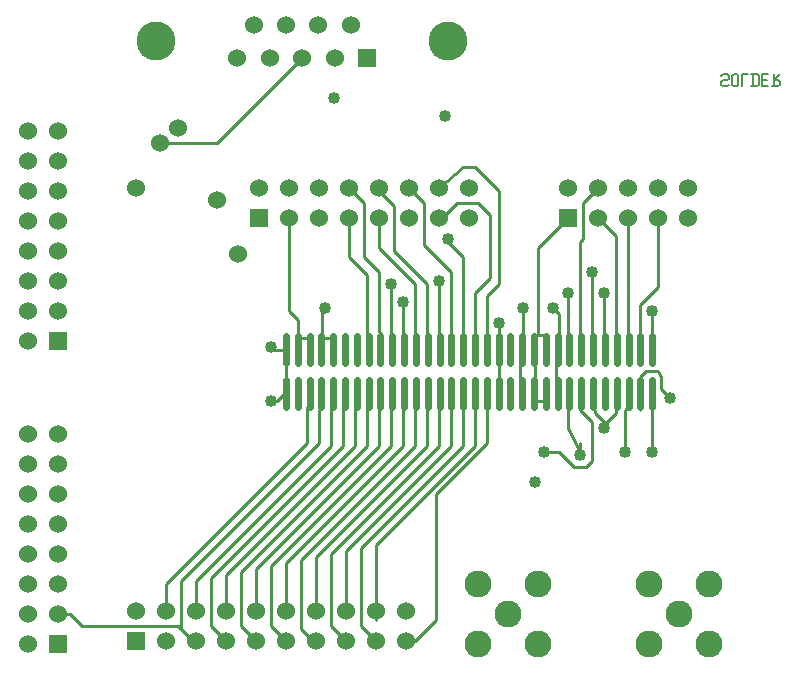
<source format=gbr>
G04 Title: TX Daughterboard, layergroup #1 *
G04 Creator: pcb-bin 1.99p *
G04 CreationDate: Thu Dec 30 02:16:24 2004 UTC *
G04 For: matt *
G04 Format: Gerber/RS-274X *
G04 PCB-Dimensions: 275000 250000 *
G04 PCB-Coordinate-Origin: lower left *
%MOIN*%
%FSLAX24Y24*%
G04 contains layers solder (0) *
%IPPOS*%
%ADD11C,0.0100*%
%ADD12C,0.0160*%
%ADD13C,0.0460*%
%ADD14C,0.0220*%
%ADD15R,0.0160X0.0160*%
%ADD16R,0.0460X0.0460*%
%ADD17R,0.0220X0.0220*%
%ADD18C,0.0080*%
%ADD19R,0.0600X0.0600*%
%ADD20R,0.0660X0.0660*%
%ADD21R,0.0900X0.0900X0.0600X0.0600*%
%ADD22R,0.0900X0.0900*%
%ADD23C,0.0600*%
%ADD24C,0.0660*%
%ADD25C,0.0900X0.0600*%
%ADD26C,0.0900*%
%ADD27C,0.0125*%
%AMTHERM1*7,0,0,0.0900,0.0600,0.0125,45*%
%ADD28THERM1*%
%ADD29C,0.1300*%
%ADD30C,0.1360*%
%ADD31C,0.1600X0.1300*%
%ADD32C,0.1600*%
%ADD33C,0.0200*%
%ADD34R,0.0240X0.0240*%
%ADD35R,0.0440X0.0440*%
%ADD36R,0.0300X0.0300*%
%ADD37C,0.0060*%
%AMTHERM2*7,0,0,0.0900,0.0600,0.0100,45*%
%ADD38THERM2*%
%ADD39R,0.0540X0.0540*%
%ADD40R,0.0650X0.0650*%
%ADD41R,0.0950X0.0950*%
%ADD42C,0.1200X0.0900*%
%ADD43C,0.1200*%
%ADD44C,0.0150*%
%AMTHERM3*7,0,0,0.1200,0.0900,0.0150,45*%
%ADD45THERM3*%
%ADD46C,0.0720*%
%ADD47C,0.0920X0.0720*%
%ADD48C,0.0920*%
%ADD49C,0.0240*%
%ADD50C,0.0340*%
%ADD51C,0.0500*%
%ADD52R,0.0200X0.0200*%
%ADD53R,0.0500X0.0500*%
%ADD54C,0.0137*%
%ADD55C,0.1320*%
%ADD56C,0.1520*%
%ADD57C,0.1520X0.1320*%
%ADD58C,0.0400*%
%ADD59C,0.0600X0.0400*%
%AMTHERM4*7,0,0,0.0600,0.0400,0.0100,45*%
%ADD60THERM4*%
%ADD61C,0.0800*%
%ADD62C,0.0800X0.0600*%
%AMTHERM5*7,0,0,0.0800,0.0600,0.0160,45*%
%ADD63THERM5*%
%LNGROUP_0*%
%LPD*%
G01X0Y0D02*
G54D11*X7200Y17900D02*X5300D01*
X10040Y20740D02*X7200Y17900D01*
X14500Y2000D02*Y6200D01*
X13400Y7800D02*X9500Y3900D01*
X8500Y3700D02*X12600Y7800D01*
X8000Y3600D02*X12200Y7800D01*
X7500Y3500D02*X11800Y7800D01*
X7000Y3400D02*X11400Y7800D01*
X6500Y3300D02*X11000Y7800D01*
X6000Y3300D02*X10600Y7900D01*
X5500Y3200D02*X10200Y7900D01*
X12500Y4500D02*X15800Y7800D01*
X9000Y3800D02*X13000Y7800D01*
X10500Y4100D02*X14200Y7800D01*
X10000Y4000D02*X13800Y7800D01*
X11000Y4200D02*X14600Y7800D01*
X11500Y4300D02*X15000Y7800D01*
X12000Y4400D02*X15400Y7800D01*
X14500Y6200D02*X16200Y7900D01*
X12000Y6400D03*
X15399Y9118D02*X15400Y7800D01*
X12000Y1800D02*Y4400D01*
X12500Y1300D02*X12000Y1800D01*
X14999Y9318D02*X15000Y7800D01*
X11500Y2300D02*Y4300D01*
X14599Y9118D02*X14600Y7800D01*
X11000Y1800D02*Y4200D01*
X11500Y1300D02*X11000Y1800D01*
X14199Y9118D02*X14200Y7800D01*
X10500Y2300D02*Y4100D01*
X13799Y9118D02*X13800Y7800D01*
X10000Y1700D02*Y4000D01*
X10400Y1300D02*X10000Y1700D01*
X10500Y1300D02*X10400D01*
X13399Y9118D02*X13400Y7800D01*
X2300Y2200D02*X1900D01*
X2700Y1800D02*X2300Y2200D01*
X9500Y2300D02*Y3900D01*
X13000Y7800D02*X12999Y9118D01*
X5900Y1800D02*X2700D01*
X6400Y1300D02*X5900Y1800D01*
X21500Y10300D02*X21900D01*
X9000Y1800D02*Y3800D01*
X9500Y1300D02*X9000Y1800D01*
X21900Y10300D02*X22000Y10100D01*
Y9700D01*
X22300Y9400D01*
X8500Y2300D02*Y3700D01*
X12200Y7800D02*X12199Y9218D01*
X21299Y9118D02*X21300Y9000D01*
X18499Y10718D02*Y9918D01*
X17299D02*Y10918D01*
X8000Y1800D02*Y3600D01*
X8500Y1300D02*X8000Y1800D01*
X11799Y9118D02*X11900Y9200D01*
X11800Y7800D02*X11799Y9118D01*
X21700Y12300D02*X21699Y11518D01*
X17799Y10918D02*X17800Y10800D01*
X17799Y9318D02*Y10918D01*
X7500Y2300D02*Y3500D01*
X11399Y9118D02*X11500Y9200D01*
X11400Y7800D02*X11399Y9118D01*
X18900Y15400D02*X17900Y14400D01*
X17400Y11800D02*Y12400D01*
X18400D02*X18600Y12200D01*
X7000Y1800D02*Y3400D01*
X7500Y1300D02*X7000Y1800D01*
X11000Y7800D02*X10999Y9118D01*
X19799Y9018D02*X19700Y9100D01*
X19800Y8900D02*X19799Y9018D01*
X17399Y11518D02*X17400Y11900D01*
X6500Y2300D02*Y3300D01*
X10599Y9018D02*X10700Y9100D01*
X10600Y7900D02*X10599Y9018D01*
X20100Y8600D02*X19800Y8900D01*
X20200Y8600D02*X20100D01*
X20500Y8900D02*X20200Y8600D01*
X6000Y1700D02*Y3300D01*
X21299Y10118D02*X21500Y10300D01*
X6500Y1300D02*X6400D01*
X10199Y9118D02*X10300Y9200D01*
X10200Y7900D02*X10199Y9118D01*
X18599Y11418D02*X18600Y11900D01*
X10699Y11418D02*X10700Y12300D01*
X11099Y11418D02*X10699D01*
X5500Y2300D02*Y3200D01*
X19700Y8600D02*X19299Y9018D01*
X19700Y7300D02*Y8600D01*
X19500Y7100D02*X19700Y7300D01*
X19100Y7100D02*X19500D01*
X18600Y7600D02*X19100Y7100D01*
X18100Y7600D02*X18600D01*
X21699Y9218D02*X21700Y7600D01*
X18600Y12200D02*Y11800D01*
X17799Y11518D02*X18199D01*
X17799Y9318D02*X18099D01*
X20499Y9118D02*X20500Y8900D01*
X20799Y9018D02*X20900Y9100D01*
X20800Y7600D02*X20799Y9018D01*
X19300Y7600D02*Y7900D01*
X18900Y8400D02*X19300Y7600D01*
X18899Y9218D02*X18900Y8400D01*
X13399Y11518D02*X13400Y12600D01*
X12999Y11518D02*X13000Y13200D01*
X12599Y11618D02*X12700Y11500D01*
X12600Y13600D02*X12599Y11618D01*
X12100Y14100D02*X12600Y13600D01*
X12100Y15900D02*Y14100D01*
X11600Y16400D02*X12100Y15900D01*
X12200Y13500D02*X12199Y11418D01*
X11600Y14100D02*X12200Y13500D01*
X11600Y15400D02*Y14100D01*
X14600Y13300D02*X14599Y11518D01*
X15400Y14100D02*X15399Y11518D01*
X14900Y14600D02*X15400Y14100D01*
X14900Y14700D02*Y14600D01*
X15000Y13600D02*X14999Y11518D01*
X14100Y14500D02*X15000Y13600D01*
X14100Y15900D02*Y14500D01*
X13600Y16400D02*X14100Y15900D01*
X16200Y12800D02*X16199Y11518D01*
X16600Y13200D02*X16200Y12800D01*
X16600Y16300D02*Y13200D01*
X15800Y17100D02*X16600Y16300D01*
X15400Y17100D02*X15800D01*
X16300Y13400D02*X15800Y12900D01*
X16300Y15500D02*Y13400D01*
X15900Y15900D02*X16300Y15500D01*
X15200Y15900D02*X15900D01*
X14700Y15400D02*X15200Y15900D01*
X14600Y15400D02*X14700D01*
X12600Y16400D02*Y16300D01*
X13800Y13200D02*X13799Y11418D01*
X12600Y14400D02*X13800Y13200D01*
X12600Y15400D02*Y14400D01*
Y16300D02*X13100Y15800D01*
Y14300D01*
X15400Y17100D02*X14600Y16400D01*
X15800Y12900D02*X15799Y11518D01*
X13100Y14300D02*X14200Y13200D01*
X14199Y11518D01*
X9900Y12000D02*X9899Y11518D01*
X9600Y12300D02*X9900Y12000D01*
X9600Y15400D02*Y12300D01*
X10299Y11418D02*X9899D01*
X9200Y9300D02*X9499Y9618D01*
X19699Y11418D02*X19700Y13600D01*
X20099Y11518D02*X20100Y12900D01*
X20500Y14800D02*X19900Y15400D01*
X20499Y11518D02*X20500Y14800D01*
X20899Y11518D02*X20900Y15400D01*
X21900Y13100D02*Y15400D01*
X21300Y12500D02*X21900Y13100D01*
X21299Y11418D02*X21300Y12500D01*
X19400Y15900D02*X19900Y16400D01*
X19400Y14700D02*Y15900D01*
X19300Y14600D02*X19400Y14700D01*
X19299Y11418D02*X19300Y14600D01*
X18899Y11418D02*X18900Y12900D01*
X17899Y11518D02*X17900Y14400D01*
X10700Y12300D02*X10800Y12400D01*
X16599Y11418D02*Y9118D01*
Y11318D02*X16600Y11900D01*
X9000Y9300D02*X9200D01*
X9100Y11000D02*X9000Y11100D01*
X9499Y11018D02*X9100Y11000D01*
X12599Y9118D02*X12600Y7800D01*
X16199Y9118D02*X16200Y7900D01*
X12500Y2000D02*Y4500D01*
X13800Y1300D02*X14500Y2000D01*
X9499Y9218D02*Y11418D01*
X13500Y1300D02*X13800D01*
X15799Y9118D02*X15800Y7800D01*
G04 Text: SOLDER *
G54D18*X24200Y19800D02*X24250Y19850D01*
X24050Y19800D02*X24200D01*
X24000Y19850D02*X24050Y19800D01*
X24000Y19850D02*Y19950D01*
X24050Y20000D01*
X24200D01*
X24250Y20050D01*
Y20150D01*
X24200Y20200D02*X24250Y20150D01*
X24050Y20200D02*X24200D01*
X24000Y20150D02*X24050Y20200D01*
X24370Y19850D02*Y20150D01*
Y19850D02*X24420Y19800D01*
X24520D01*
X24570Y19850D01*
Y20150D01*
X24520Y20200D02*X24570Y20150D01*
X24420Y20200D02*X24520D01*
X24370Y20150D02*X24420Y20200D01*
X24690Y19800D02*Y20200D01*
X24890D01*
X25060Y19800D02*Y20200D01*
X25210Y19800D02*X25260Y19850D01*
Y20150D01*
X25210Y20200D02*X25260Y20150D01*
X25010Y20200D02*X25210D01*
X25010Y19800D02*X25210D01*
X25380Y20000D02*X25530D01*
X25380Y20200D02*X25580D01*
X25380Y19800D02*Y20200D01*
Y19800D02*X25580D01*
X25700D02*X25900D01*
X25950Y19850D01*
Y19950D01*
X25900Y20000D02*X25950Y19950D01*
X25750Y20000D02*X25900D01*
X25750Y19800D02*Y20200D01*
Y20000D02*X25950Y20200D01*
G54D19*X12200Y20740D03*
G54D23*X11120D03*
X10040D03*
X8960D03*
X7880D03*
X11660Y21860D03*
X10580D03*
X9500D03*
X8420D03*
G54D29*X14900Y21300D03*
X5180D03*
G54D19*X1900Y1200D03*
G54D23*X900D03*
X1900Y2200D03*
X900D03*
X1900Y3200D03*
X900D03*
X1900Y4200D03*
X900D03*
X1900Y5200D03*
X900D03*
X1900Y6200D03*
X900D03*
X1900Y7200D03*
X900D03*
X1900Y8200D03*
X900D03*
G54D19*X1900Y11300D03*
G54D23*X900D03*
X1900Y12300D03*
X900D03*
X1900Y13300D03*
X900D03*
X1900Y14300D03*
X900D03*
X1900Y15300D03*
X900D03*
X1900Y16300D03*
X900D03*
X1900Y17300D03*
X900D03*
X1900Y18300D03*
X900D03*
G54D19*X4500Y1300D03*
G54D23*Y2300D03*
X5500Y1300D03*
Y2300D03*
X6500Y1300D03*
Y2300D03*
X7500Y1300D03*
Y2300D03*
X8500Y1300D03*
Y2300D03*
X9500Y1300D03*
Y2300D03*
X10500Y1300D03*
Y2300D03*
X11500Y1300D03*
Y2300D03*
X12500Y1300D03*
Y2300D03*
X13500Y1300D03*
Y2300D03*
G54D19*X18900Y15400D03*
G54D23*Y16400D03*
X19900Y15400D03*
Y16400D03*
X20900Y15400D03*
Y16400D03*
X21900Y15400D03*
Y16400D03*
X22900Y15400D03*
Y16400D03*
G54D26*X22600Y2200D03*
X21600Y1200D03*
Y3200D03*
X23600Y1200D03*
Y3200D03*
G54D19*X8600Y15400D03*
G54D23*Y16400D03*
X9600Y15400D03*
Y16400D03*
X10600Y15400D03*
Y16400D03*
X11600Y15400D03*
Y16400D03*
X12600Y15400D03*
Y16400D03*
X13600Y15400D03*
Y16400D03*
X14600Y15400D03*
Y16400D03*
X15600Y15400D03*
Y16400D03*
G54D26*X16900Y2200D03*
X15900Y1200D03*
Y3200D03*
X17900Y1200D03*
Y3200D03*
G54D58*X22300Y9400D03*
X16600Y11900D03*
X18900Y12900D03*
X20100D03*
X19700Y13600D03*
X14900Y14700D03*
X14600Y13300D03*
X13000Y13200D03*
X13400Y12600D03*
X19300Y7500D03*
X20800Y7600D03*
X20100Y8400D03*
X18100Y7600D03*
X17800Y6600D03*
X14800Y18800D03*
X9000Y11100D03*
Y9300D03*
X18400Y12400D03*
X21700Y12300D03*
X10800Y12400D03*
X11100Y19400D03*
X21700Y7600D03*
X17400Y12400D03*
G54D23*X5300Y17900D03*
X5900Y18400D03*
X4500Y16400D03*
X7900Y14200D03*
X7200Y16000D03*
G54D49*X9499Y10028D02*Y9118D01*
X21704Y11481D02*Y10571D01*
X10286Y10028D02*Y9118D01*
X9893Y10028D02*Y9118D01*
X10680Y10028D02*Y9118D01*
X9499Y11481D02*Y10571D01*
X11074Y10028D02*Y9118D01*
X10286Y11481D02*Y10571D01*
X11467Y10028D02*Y9118D01*
X10680Y11481D02*Y10571D01*
X11861Y10028D02*Y9118D01*
X11074Y11481D02*Y10571D01*
X12255Y10028D02*Y9118D01*
X11467Y11481D02*Y10571D01*
X12648Y10028D02*Y9118D01*
X11861Y11481D02*Y10571D01*
X13042Y10028D02*Y9118D01*
X12255Y11481D02*Y10571D01*
X13436Y10028D02*Y9118D01*
X12648Y11481D02*Y10571D01*
X13042Y11481D02*Y10571D01*
X13436Y11481D02*Y10571D01*
X13830Y11481D02*Y10571D01*
X14223Y11481D02*Y10571D01*
X14617Y11481D02*Y10571D01*
X15011Y11481D02*Y10571D01*
X15404Y11481D02*Y10571D01*
X15798Y11481D02*Y10571D01*
X16192Y11481D02*Y10571D01*
X16585Y11481D02*Y10571D01*
X16979Y11481D02*Y10571D01*
X17373Y11481D02*Y10571D01*
X17767Y11481D02*Y10571D01*
X18160Y11481D02*Y10571D01*
X18554Y11481D02*Y10571D01*
X19341Y11481D02*Y10571D01*
X18948Y11481D02*Y10571D01*
X19735Y11481D02*Y10571D01*
X20129Y11481D02*Y10571D01*
X20522Y11481D02*Y10571D01*
X20916Y11481D02*Y10571D01*
X9893Y11481D02*Y10571D01*
X13830Y10028D02*Y9118D01*
X14223Y10028D02*Y9118D01*
X14617Y10028D02*Y9118D01*
X15011Y10028D02*Y9118D01*
X15404Y10028D02*Y9118D01*
X15798Y10028D02*Y9118D01*
X16192Y10028D02*Y9118D01*
X16585Y10028D02*Y9118D01*
X16979Y10028D02*Y9118D01*
X17373Y10028D02*Y9118D01*
X17767Y10028D02*Y9118D01*
X18160Y10028D02*Y9118D01*
X18554Y10028D02*Y9118D01*
X18948Y10028D02*Y9118D01*
X19341Y10028D02*Y9118D01*
X19735Y10028D02*Y9118D01*
X20129Y10028D02*Y9118D01*
X20522Y10028D02*Y9118D01*
X20916Y10028D02*Y9118D01*
X21310Y10028D02*Y9118D01*
X21704Y10028D02*Y9118D01*
X21310Y11481D02*Y10571D01*
M02*

</source>
